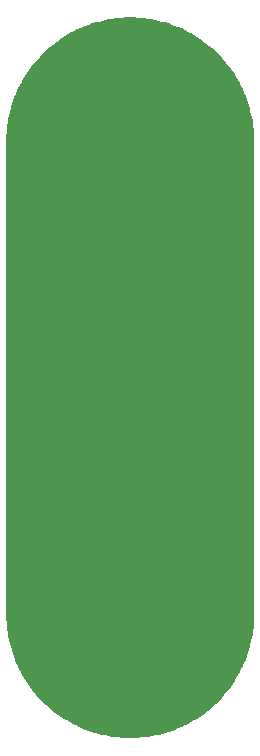
<source format=gto>
G04 Layer: TopSilkscreenLayer*
G04 EasyEDA v6.5.9, 2022-09-16 14:53:16*
G04 a67cddfb3fce44daa9051d46cbbcc19f,10*
G04 Gerber Generator version 0.2*
G04 Scale: 100 percent, Rotated: No, Reflected: No *
G04 Dimensions in millimeters *
G04 leading zeros omitted , absolute positions ,4 integer and 5 decimal *
%FSLAX45Y45*%
%MOMM*%

%ADD10C,0.0001*%

%LPD*%
G36*
X1243177Y2250490D02*
G01*
X1213815Y2249881D01*
X1184554Y2248408D01*
X1155293Y2246172D01*
X1126134Y2243124D01*
X1097026Y2239213D01*
X1068070Y2234539D01*
X1039266Y2229053D01*
X1010615Y2222754D01*
X982167Y2215642D01*
X953922Y2207768D01*
X925880Y2199081D01*
X898093Y2189632D01*
X870610Y2179421D01*
X843432Y2168398D01*
X829919Y2162657D01*
X803198Y2150516D01*
X776833Y2137664D01*
X750874Y2124049D01*
X725271Y2109774D01*
X700074Y2094738D01*
X675284Y2079040D01*
X650951Y2062632D01*
X627126Y2045512D01*
X615391Y2036775D01*
X592226Y2018690D01*
X569671Y1999996D01*
X547573Y1980692D01*
X526034Y1960727D01*
X505104Y1940204D01*
X484733Y1919122D01*
X464921Y1897430D01*
X445770Y1875231D01*
X427228Y1852523D01*
X409346Y1829257D01*
X392074Y1805533D01*
X375513Y1781352D01*
X359613Y1756664D01*
X344424Y1731568D01*
X329946Y1706067D01*
X316179Y1680159D01*
X303123Y1653895D01*
X290830Y1627276D01*
X279247Y1600301D01*
X268478Y1573022D01*
X258419Y1545488D01*
X249174Y1517650D01*
X240690Y1489557D01*
X236728Y1475435D01*
X229463Y1447038D01*
X222961Y1418386D01*
X217271Y1389634D01*
X212344Y1360728D01*
X208279Y1331671D01*
X205028Y1302512D01*
X202539Y1273302D01*
X200914Y1243990D01*
X200101Y1214678D01*
X200101Y1185316D01*
X200914Y1156004D01*
X202539Y1126693D01*
X205028Y1097483D01*
X208279Y1068324D01*
X212344Y1039266D01*
X217271Y1010361D01*
X222961Y981608D01*
X229463Y952957D01*
X236728Y924560D01*
X244856Y896366D01*
X253695Y868426D01*
X263347Y840689D01*
X273761Y813308D01*
X284937Y786180D01*
X296875Y759358D01*
X309575Y732891D01*
X322986Y706831D01*
X337108Y681126D01*
X351942Y655828D01*
X367487Y630936D01*
X383692Y606501D01*
X400608Y582523D01*
X418185Y559054D01*
X436422Y536041D01*
X455269Y513588D01*
X474776Y491642D01*
X494842Y470255D01*
X515518Y449427D01*
X536752Y429209D01*
X558546Y409600D01*
X580898Y390550D01*
X603758Y372211D01*
X615391Y363220D01*
X638962Y345846D01*
X663041Y329082D01*
X687628Y313029D01*
X712622Y297637D01*
X738022Y283006D01*
X763828Y269036D01*
X789990Y255828D01*
X816508Y243332D01*
X829919Y237337D01*
X856996Y226009D01*
X870610Y220573D01*
X898093Y210362D01*
X925880Y200914D01*
X953922Y192227D01*
X982167Y184353D01*
X1010615Y177241D01*
X1039266Y170942D01*
X1068070Y165455D01*
X1097026Y160782D01*
X1126134Y156870D01*
X1155293Y153822D01*
X1184554Y151587D01*
X1213815Y150114D01*
X1243177Y149504D01*
X1272489Y149707D01*
X1287170Y150114D01*
X1316482Y151587D01*
X1345692Y153822D01*
X1374902Y156870D01*
X1403959Y160782D01*
X1432915Y165455D01*
X1461719Y170942D01*
X1490370Y177241D01*
X1518818Y184353D01*
X1547114Y192227D01*
X1575104Y200914D01*
X1602892Y210362D01*
X1630375Y220573D01*
X1657604Y231597D01*
X1684477Y243332D01*
X1710994Y255828D01*
X1737207Y269036D01*
X1763014Y283006D01*
X1788414Y297637D01*
X1813407Y313029D01*
X1837943Y329082D01*
X1862023Y345846D01*
X1885645Y363220D01*
X1908759Y381304D01*
X1931365Y399999D01*
X1953412Y419303D01*
X1974951Y439267D01*
X1985518Y449427D01*
X2006142Y470255D01*
X2026259Y491642D01*
X2045716Y513588D01*
X2064562Y536041D01*
X2082800Y559054D01*
X2100376Y582523D01*
X2117293Y606501D01*
X2133498Y630936D01*
X2149043Y655828D01*
X2163876Y681126D01*
X2178050Y706831D01*
X2191461Y732891D01*
X2204110Y759358D01*
X2216048Y786180D01*
X2227224Y813308D01*
X2237638Y840689D01*
X2247290Y868426D01*
X2256180Y896366D01*
X2264257Y924560D01*
X2268016Y938733D01*
X2274874Y967282D01*
X2280970Y995934D01*
X2286304Y1024788D01*
X2290775Y1053795D01*
X2294432Y1082903D01*
X2296007Y1097483D01*
X2298446Y1126693D01*
X2300071Y1156004D01*
X2300884Y1185316D01*
X2300884Y1214678D01*
X2300071Y1243990D01*
X2298446Y1273302D01*
X2296007Y1302512D01*
X2292705Y1331671D01*
X2288641Y1360728D01*
X2286304Y1375206D01*
X2280970Y1404061D01*
X2274874Y1432712D01*
X2268016Y1461262D01*
X2260295Y1489557D01*
X2256180Y1503629D01*
X2247290Y1531569D01*
X2237638Y1559306D01*
X2227224Y1586687D01*
X2216048Y1613814D01*
X2204110Y1640636D01*
X2191461Y1667103D01*
X2178050Y1693164D01*
X2163876Y1718868D01*
X2149043Y1744167D01*
X2133498Y1769059D01*
X2117293Y1793493D01*
X2100376Y1817471D01*
X2082800Y1840941D01*
X2064562Y1863953D01*
X2045716Y1886407D01*
X2026259Y1908352D01*
X2006142Y1929739D01*
X1985518Y1950567D01*
X1964232Y1970786D01*
X1942439Y1990394D01*
X1920087Y2009444D01*
X1897227Y2027783D01*
X1885645Y2036775D01*
X1862023Y2054148D01*
X1837943Y2070912D01*
X1813407Y2086965D01*
X1788414Y2102358D01*
X1763014Y2116988D01*
X1737207Y2130958D01*
X1710994Y2144166D01*
X1684477Y2156663D01*
X1657604Y2168398D01*
X1630375Y2179421D01*
X1602892Y2189632D01*
X1575104Y2199081D01*
X1547114Y2207768D01*
X1518818Y2215642D01*
X1490370Y2222754D01*
X1461719Y2229053D01*
X1432915Y2234539D01*
X1403959Y2239213D01*
X1374902Y2243124D01*
X1345692Y2246172D01*
X1316482Y2248408D01*
X1287170Y2249881D01*
X1257808Y2250490D01*
G37*
G36*
X1243177Y6250482D02*
G01*
X1213815Y6249873D01*
X1184554Y6248400D01*
X1155293Y6246164D01*
X1126134Y6243116D01*
X1097026Y6239205D01*
X1068070Y6234531D01*
X1039266Y6229045D01*
X1010615Y6222746D01*
X982167Y6215634D01*
X953922Y6207760D01*
X925880Y6199073D01*
X898093Y6189624D01*
X870610Y6179413D01*
X843432Y6168390D01*
X829919Y6162649D01*
X803198Y6150508D01*
X776833Y6137656D01*
X750874Y6124041D01*
X725271Y6109766D01*
X700074Y6094730D01*
X675284Y6079032D01*
X650951Y6062624D01*
X627126Y6045504D01*
X615391Y6036767D01*
X592226Y6018682D01*
X569671Y5999988D01*
X547573Y5980684D01*
X526034Y5960719D01*
X505104Y5940196D01*
X484733Y5919114D01*
X464921Y5897422D01*
X445770Y5875223D01*
X427228Y5852515D01*
X409346Y5829249D01*
X392074Y5805525D01*
X375513Y5781344D01*
X359613Y5756656D01*
X344424Y5731560D01*
X329946Y5706059D01*
X316179Y5680151D01*
X303123Y5653887D01*
X290830Y5627268D01*
X279247Y5600293D01*
X268478Y5573014D01*
X258419Y5545480D01*
X249174Y5517642D01*
X240690Y5489549D01*
X236728Y5475427D01*
X229463Y5447030D01*
X222961Y5418378D01*
X217271Y5389626D01*
X212344Y5360720D01*
X208279Y5331663D01*
X205028Y5302504D01*
X202539Y5273294D01*
X200914Y5243982D01*
X200101Y5214670D01*
X200101Y5185308D01*
X200914Y5155996D01*
X202539Y5126685D01*
X205028Y5097475D01*
X208279Y5068316D01*
X212344Y5039258D01*
X217271Y5010353D01*
X222961Y4981600D01*
X229463Y4952949D01*
X236728Y4924552D01*
X244856Y4896358D01*
X253695Y4868418D01*
X263347Y4840681D01*
X273761Y4813300D01*
X284937Y4786172D01*
X296875Y4759350D01*
X309575Y4732883D01*
X322986Y4706823D01*
X337108Y4681118D01*
X351942Y4655820D01*
X367487Y4630928D01*
X383692Y4606493D01*
X400608Y4582515D01*
X418185Y4559046D01*
X436422Y4536033D01*
X455269Y4513580D01*
X474776Y4491634D01*
X494842Y4470247D01*
X515518Y4449419D01*
X536752Y4429201D01*
X558546Y4409592D01*
X580898Y4390542D01*
X603758Y4372203D01*
X615391Y4363212D01*
X638962Y4345838D01*
X663041Y4329074D01*
X687628Y4313021D01*
X712622Y4297629D01*
X738022Y4282998D01*
X763828Y4269028D01*
X789990Y4255820D01*
X816508Y4243324D01*
X829919Y4237329D01*
X856996Y4226001D01*
X870610Y4220565D01*
X898093Y4210354D01*
X925880Y4200906D01*
X953922Y4192219D01*
X982167Y4184345D01*
X1010615Y4177233D01*
X1039266Y4170934D01*
X1068070Y4165447D01*
X1097026Y4160774D01*
X1126134Y4156862D01*
X1155293Y4153814D01*
X1184554Y4151579D01*
X1213815Y4150106D01*
X1243177Y4149496D01*
X1272489Y4149699D01*
X1287170Y4150106D01*
X1316482Y4151579D01*
X1345692Y4153814D01*
X1374902Y4156862D01*
X1403959Y4160774D01*
X1432915Y4165447D01*
X1461719Y4170934D01*
X1490370Y4177233D01*
X1518818Y4184345D01*
X1547114Y4192219D01*
X1575104Y4200906D01*
X1602892Y4210354D01*
X1630375Y4220565D01*
X1657604Y4231589D01*
X1684477Y4243324D01*
X1710994Y4255820D01*
X1737207Y4269028D01*
X1763014Y4282998D01*
X1788414Y4297629D01*
X1813407Y4313021D01*
X1837943Y4329074D01*
X1862023Y4345838D01*
X1885645Y4363212D01*
X1908759Y4381296D01*
X1931365Y4399991D01*
X1953412Y4419295D01*
X1974951Y4439259D01*
X1985518Y4449419D01*
X2006142Y4470247D01*
X2026259Y4491634D01*
X2045716Y4513580D01*
X2064562Y4536033D01*
X2082800Y4559046D01*
X2100376Y4582515D01*
X2117293Y4606493D01*
X2133498Y4630928D01*
X2149043Y4655820D01*
X2163876Y4681118D01*
X2178050Y4706823D01*
X2191461Y4732883D01*
X2204110Y4759350D01*
X2216048Y4786172D01*
X2227224Y4813300D01*
X2237638Y4840681D01*
X2247290Y4868418D01*
X2256180Y4896358D01*
X2264257Y4924552D01*
X2268016Y4938725D01*
X2274874Y4967274D01*
X2280970Y4995926D01*
X2286304Y5024780D01*
X2290775Y5053787D01*
X2294432Y5082895D01*
X2296007Y5097475D01*
X2298446Y5126685D01*
X2300071Y5155996D01*
X2300884Y5185308D01*
X2300884Y5214670D01*
X2300071Y5243982D01*
X2298446Y5273294D01*
X2296007Y5302504D01*
X2292705Y5331663D01*
X2288641Y5360720D01*
X2286304Y5375198D01*
X2280970Y5404053D01*
X2274874Y5432704D01*
X2268016Y5461254D01*
X2260295Y5489549D01*
X2256180Y5503621D01*
X2247290Y5531561D01*
X2237638Y5559298D01*
X2227224Y5586679D01*
X2216048Y5613806D01*
X2204110Y5640628D01*
X2191461Y5667095D01*
X2178050Y5693156D01*
X2163876Y5718860D01*
X2149043Y5744159D01*
X2133498Y5769051D01*
X2117293Y5793486D01*
X2100376Y5817463D01*
X2082800Y5840933D01*
X2064562Y5863945D01*
X2045716Y5886399D01*
X2026259Y5908344D01*
X2006142Y5929731D01*
X1985518Y5950559D01*
X1964232Y5970778D01*
X1942439Y5990386D01*
X1920087Y6009436D01*
X1897227Y6027775D01*
X1885645Y6036767D01*
X1862023Y6054140D01*
X1837943Y6070904D01*
X1813407Y6086957D01*
X1788414Y6102350D01*
X1763014Y6116980D01*
X1737207Y6130950D01*
X1710994Y6144158D01*
X1684477Y6156655D01*
X1657604Y6168390D01*
X1630375Y6179413D01*
X1602892Y6189624D01*
X1575104Y6199073D01*
X1547114Y6207760D01*
X1518818Y6215634D01*
X1490370Y6222746D01*
X1461719Y6229045D01*
X1432915Y6234531D01*
X1403959Y6239205D01*
X1374902Y6243116D01*
X1345692Y6246164D01*
X1316482Y6248400D01*
X1287170Y6249873D01*
X1257808Y6250482D01*
G37*
G36*
X199999Y5199989D02*
G01*
X2299995Y5199989D01*
X2299995Y1199997D01*
X199999Y1199997D01*
G37*
M02*

</source>
